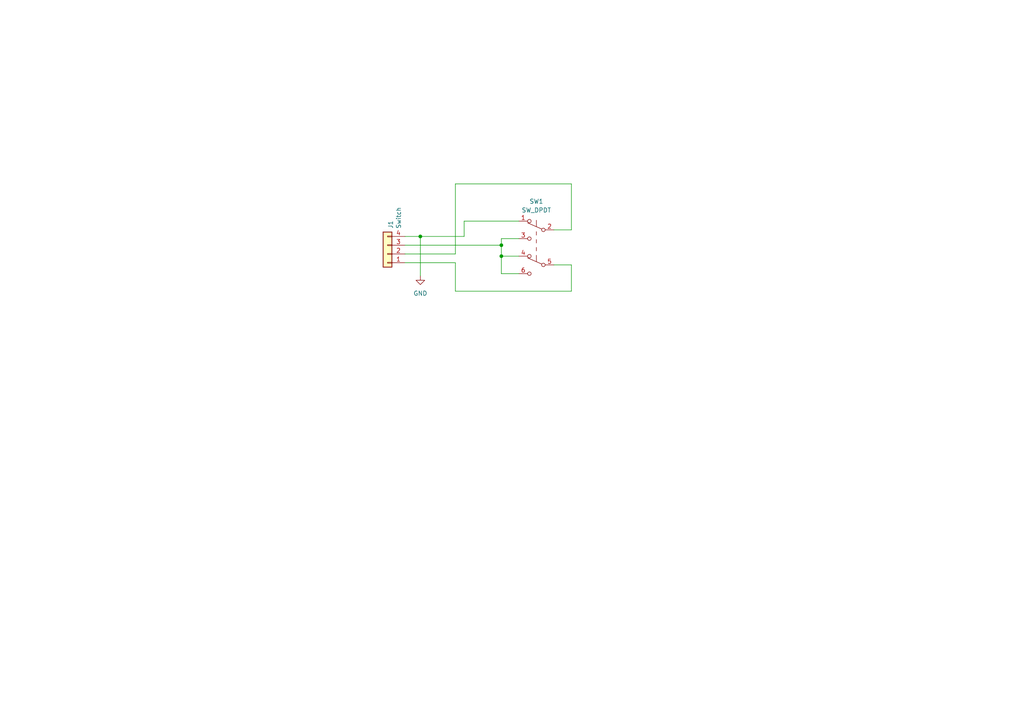
<source format=kicad_sch>
(kicad_sch (version 20211123) (generator eeschema)
  (paper "A4")
  (title_block (title "switch breakout board") (date "2023-06-20") (rev "1.0") (company "APQ") (comment 1 "Tilman Preuschoff"))
  (lib_symbols
    (symbol "Connector_Generic:Conn_01x04" (pin_names (offset 1.016) hide)
      (property "Reference" "J" (at 0 5.08 0))
      (property "Value" "Conn_01x04" (at 0 -7.62 0))
      (symbol "Conn_01x04_1_1"
        (rectangle (start -1.27 -4.953) (end 0 -5.207) (stroke (width 0.1524)))
        (rectangle (start -1.27 -2.413) (end 0 -2.667) (stroke (width 0.1524)))
        (rectangle (start -1.27 0.127) (end 0 -0.127) (stroke (width 0.1524)))
        (rectangle (start -1.27 2.667) (end 0 2.413) (stroke (width 0.1524)))
        (rectangle (start -1.27 3.81) (end 1.27 -6.35) (stroke (width 0.254)) (fill (type background)))
        (pin passive line (at -5.08 2.54 0) (length 3.81) (name "Pin_1") (number "1"))
        (pin passive line (at -5.08 0 0) (length 3.81) (name "Pin_2") (number "2"))
        (pin passive line (at -5.08 -2.54 0) (length 3.81) (name "Pin_3") (number "3"))
        (pin passive line (at -5.08 -5.08 0) (length 3.81) (name "Pin_4") (number "4"))
      )
    )
    (symbol "Switch:SW_Push_DPDT" (pin_names (offset 0) hide)
      (property "Reference" "SW" (at 0 8.89 0))
      (property "Value" "SW_Push_DPDT" (at 0 -10.16 0))
      (symbol "SW_Push_DPDT_0_0"
        (circle (center -2.032 -5.08) (radius 0.508))
        (circle (center -2.032 5.08) (radius 0.508))
        (circle (center 2.032 -7.62) (radius 0.508))
        (circle (center 2.032 2.54) (radius 0.508))
      )
      (symbol "SW_Push_DPDT_0_1"
        (polyline (pts (xy -1.524 -4.826) (xy 2.54 -3.048)))
        (polyline (pts (xy -1.524 5.334) (xy 2.54 7.112)))
        (polyline (pts (xy 0 -2.286) (xy 0 -4.064)))
        (polyline (pts (xy 0 -1.016) (xy 0 0)))
        (polyline (pts (xy 0 1.27) (xy 0 2.286)))
        (polyline (pts (xy 0 3.556) (xy 0 4.572)))
        (polyline (pts (xy 0 7.874) (xy 0 6.096)))
        (circle (center 2.032 -2.54) (radius 0.508))
        (circle (center 2.032 7.62) (radius 0.508))
      )
      (symbol "SW_Push_DPDT_1_1"
        (pin passive line (at 5.08 7.62 180) (length 2.54) (name "A") (number "1"))
        (pin passive line (at -5.08 5.08 0) (length 2.54) (name "B") (number "2"))
        (pin passive line (at 5.08 2.54 180) (length 2.54) (name "C") (number "3"))
        (pin passive line (at 5.08 -2.54 180) (length 2.54) (name "A") (number "4"))
        (pin passive line (at -5.08 -5.08 0) (length 2.54) (name "B") (number "5"))
        (pin passive line (at 5.08 -7.62 180) (length 2.54) (name "C") (number "6"))
      )
    )
    (symbol "power:GND" (power) (pin_names (offset 0))
      (property "Value" "GND" (at 0 -3.81 0))
      (symbol "GND_0_1"
        (polyline (pts (xy 0 0) (xy 0 -1.27) (xy 1.27 -1.27) (xy 0 -2.54) (xy -1.27 -1.27) (xy 0 -1.27)))
      )
      (symbol "GND_1_1"
        (pin power_in line (at 0 0 270) (length 0) hide (name "GND") (number "1"))
      )
    )
  )
  (junction (at 145.415 74.295))
  (junction (at 145.415 71.12))
  (junction (at 121.92 68.58))
  (wire (pts (xy 165.735 84.455) (xy 165.735 76.835)))
  (wire (pts (xy 117.475 68.58) (xy 121.92 68.58)))
  (wire (pts (xy 145.415 71.12) (xy 145.415 69.215)))
  (wire (pts (xy 117.475 76.2) (xy 132.08 76.2)))
  (wire (pts (xy 117.475 73.66) (xy 132.08 73.66)))
  (wire (pts (xy 132.08 53.34) (xy 165.735 53.34)))
  (wire (pts (xy 145.415 74.295) (xy 145.415 71.12)))
  (wire (pts (xy 150.495 79.375) (xy 145.415 79.375)))
  (wire (pts (xy 145.415 74.295) (xy 150.495 74.295)))
  (wire (pts (xy 134.62 64.135) (xy 150.495 64.135)))
  (wire (pts (xy 121.92 68.58) (xy 121.92 80.01)))
  (wire (pts (xy 145.415 69.215) (xy 150.495 69.215)))
  (wire (pts (xy 121.92 68.58) (xy 134.62 68.58)))
  (wire (pts (xy 165.735 53.34) (xy 165.735 66.675)))
  (wire (pts (xy 132.08 76.2) (xy 132.08 84.455)))
  (wire (pts (xy 165.735 76.835) (xy 160.655 76.835)))
  (wire (pts (xy 145.415 79.375) (xy 145.415 74.295)))
  (wire (pts (xy 132.08 84.455) (xy 165.735 84.455)))
  (wire (pts (xy 117.475 71.12) (xy 145.415 71.12)))
  (wire (pts (xy 165.735 66.675) (xy 160.655 66.675)))
  (wire (pts (xy 132.08 73.66) (xy 132.08 53.34)))
  (wire (pts (xy 134.62 68.58) (xy 134.62 64.135)))
  (symbol (lib_id "power:GND") (at 121.92 80.01 0) (unit 1)
    (property "Reference" "#PWR?" (effects hide))
    (property "Value" "GND" (at 121.92 85.09 0))
  )
  (symbol (lib_id "Switch:SW_Push_DPDT") (at 155.575 71.755 0) (mirror y) (unit 1)
    (property "Reference" "SW1" (at 155.575 58.42 0))
    (property "Value" "SW_DPDT" (at 155.575 60.96 0))
    (property "Footprint" "footprints:SW_2P2T_Toggle_NKK_M2023SS4W03" (effects hide))
    (property "MFN" "TE Connectivity" (effects hide))
    (property "PN" "A203SYCQ04" (effects hide))
  )
  (symbol (lib_id "Connector_Generic:Conn_01x04") (at 112.395 73.66 180) (unit 1)
    (property "Reference" "J1" (at 113.3094 66.3448 90) (effects (justify right)))
    (property "Value" "Switch" (at 115.6208 66.3448 90) (effects (justify right)))
    (property "Footprint" "Connector_JST:JST_PH_B4B-PH-K_1x04_P2.00mm_Vertical" (effects hide))
    (property "MFN" "JST" (effects hide))
    (property "PN" "B4B-PH-K-S" (effects hide))
  )
)
</source>
